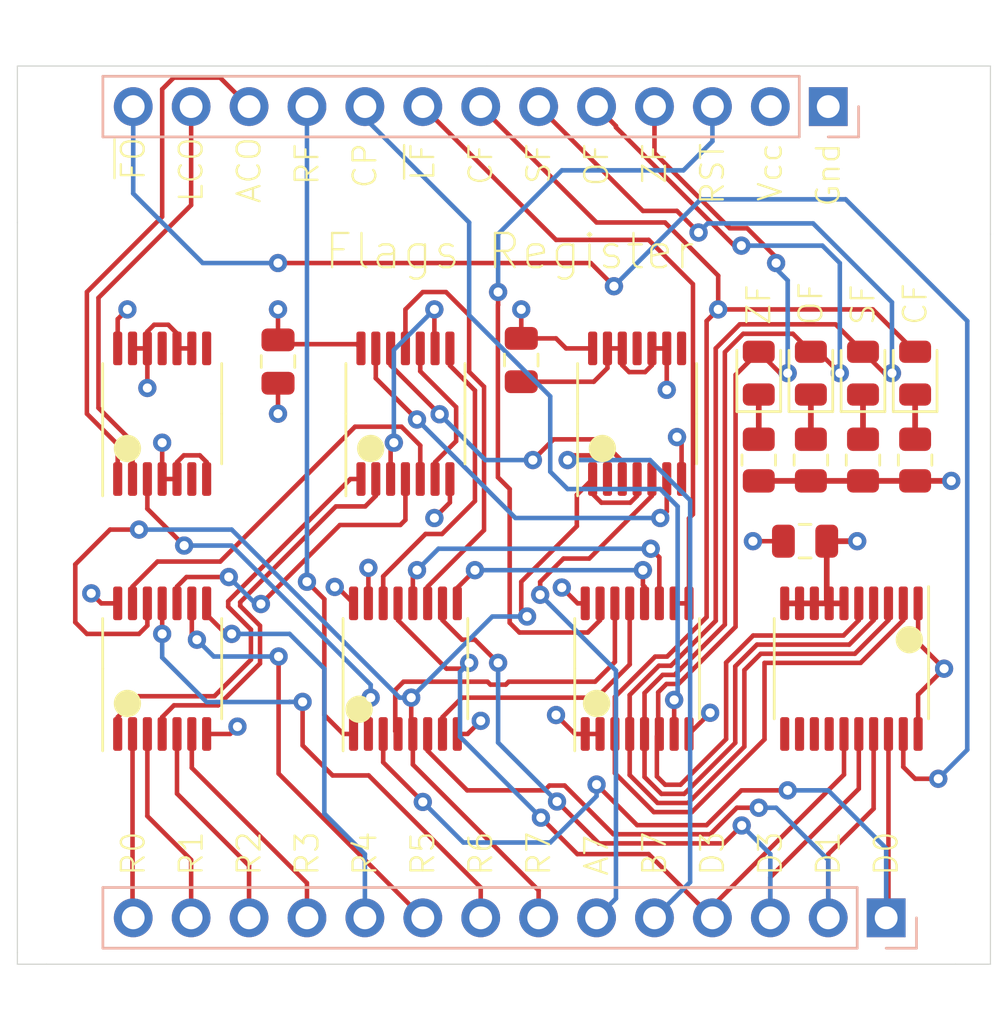
<source format=kicad_pcb>
(kicad_pcb (version 20211014) (generator pcbnew)
  (layers (0 "F.Cu" signal) (1 "In1.Cu" signal) (2 "In2.Cu" signal) (31 "B.Cu" signal) (34 "B.Paste" user) (35 "F.Paste" user) (36 "B.SilkS" user "B.Silkscreen") (37 "F.SilkS" user "F.Silkscreen") (38 "B.Mask" user) (39 "F.Mask" user) (44 "Edge.Cuts" user))
  (net 0 "")
  (net 1 "GND")
  (net 2 "VCC")
  (net 3 "LOGICAL_CARRY_OUT")
  (net 4 "ARITHMETIC_CARRY_OUT")
  (net 5 "RESTORE_FLAGS")
  (net 6 "CLOCK")
  (net 7 "~{LATCH_FLAGS}")
  (net 8 "CF")
  (net 9 "SF")
  (net 10 "OF")
  (net 11 "ZF")
  (net 12 "RESET")
  (net 13 "RES0")
  (net 14 "RES1")
  (net 15 "RES2")
  (net 16 "RES3")
  (net 17 "RES4")
  (net 18 "RES5")
  (net 19 "RES6")
  (net 20 "RES7")
  (net 21 "A7")
  (net 22 "B7")
  (net 23 "BUS3")
  (net 24 "BUS2")
  (net 25 "BUS1")
  (net 26 "BUS0")
  (net 27 "Net-(D1-Pad1)")
  (net 28 "Net-(D2-Pad1)")
  (net 29 "Net-(D3-Pad1)")
  (net 30 "Net-(D4-Pad1)")
  (net 31 "MUX_CARRY")
  (net 32 "MUX_SIGN")
  (net 33 "MUX_OVERFLOW")
  (net 34 "MUX_ZERO")
  (net 35 "~{FLAG_OUT}")
  (net 43 "Net-(U35-Pad3)")
  (net 44 "Net-(U36-Pad13)")
  (net 45 "Net-(U36-Pad10)")
  (net 46 "Net-(U36-Pad4)")
  (net 47 "Net-(U36-Pad1)")
  (net 48 "Net-(U37-Pad13)")
  (net 49 "Net-(U37-Pad12)")
  (net 50 "OVERFLOW")
  (net 51 "Net-(U37-Pad10)")
  (net 52 "Net-(U37-Pad3)")
  (net 53 "ZERO")
  (footprint "Capacitor_SMD:C_0805_2012Metric" (layer "F.Cu") (at 59.436 95.504 -90)
    (fp_text reference "C1" hide)
    (fp_text value "C")
  )
  (footprint "Capacitor_SMD:C_0805_2012Metric" (layer "F.Cu") (at 82.55 103.378)
    (fp_text reference "C2" hide)
    (fp_text value "C")
  )
  (footprint "Capacitor_SMD:C_0805_2012Metric" (layer "F.Cu") (at 70.104 95.438 -90)
    (fp_text reference "C3" hide)
    (fp_text value "C")
  )
  (footprint "LED_SMD:LED_0805_2012Metric" (layer "F.Cu") (at 87.376 96.012 90)
    (fp_text reference "D1" hide)
    (fp_text value "LED")
  )
  (footprint "LED_SMD:LED_0805_2012Metric" (layer "F.Cu") (at 85.09 96.012 90)
    (fp_text reference "D2" hide)
    (fp_text value "LED")
  )
  (footprint "LED_SMD:LED_0805_2012Metric" (layer "F.Cu") (at 82.804 96.012 90)
    (fp_text reference "D3" hide)
    (fp_text value "LED")
  )
  (footprint "LED_SMD:LED_0805_2012Metric" (layer "F.Cu") (at 80.518 96.012 90)
    (fp_text reference "D4" hide)
    (fp_text value "LED")
  )
  (footprint "Resistor_SMD:R_0805_2012Metric" (layer "F.Cu") (at 87.376 99.822 -90)
    (fp_text reference "R1" hide)
    (fp_text value "R_US")
  )
  (footprint "Resistor_SMD:R_0805_2012Metric" (layer "F.Cu") (at 85.09 99.822 -90)
    (fp_text reference "R2" hide)
    (fp_text value "R_US")
  )
  (footprint "Resistor_SMD:R_0805_2012Metric" (layer "F.Cu") (at 82.804 99.822 -90)
    (fp_text reference "R3" hide)
    (fp_text value "R_US")
  )
  (footprint "Resistor_SMD:R_0805_2012Metric" (layer "F.Cu") (at 80.518 99.822 -90)
    (fp_text reference "R4" hide)
    (fp_text value "R_US")
  )
  (footprint "Package_SO:TSSOP-16_4.4x5mm_P0.65mm" (layer "F.Cu") (at 75.184 108.966 90)
    (fp_text reference "U1" hide)
    (fp_text value "74LS173")
  )
  (footprint "Package_SO:TSSOP-20_4.4x6.5mm_P0.65mm" (layer "F.Cu") (at 84.582 108.966 -90)
    (fp_text reference "U2" hide)
    (fp_text value "74LS245")
  )
  (footprint "Package_SO:TSSOP-14_4.4x5mm_P0.65mm" (layer "F.Cu") (at 54.356 97.79 90)
    (fp_text reference "U35" hide)
    (fp_text value "74LS32")
  )
  (footprint "Package_SO:TSSOP-14_4.4x5mm_P0.65mm" (layer "F.Cu") (at 54.356 108.966 90)
    (fp_text reference "U36" hide)
    (fp_text value "74LS02")
  )
  (footprint "Package_SO:TSSOP-14_4.4x5mm_P0.65mm" (layer "F.Cu") (at 65.024 97.79 90)
    (fp_text reference "U37" hide)
    (fp_text value "74LS08")
  )
  (footprint "Package_SO:TSSOP-16_4.4x5mm_P0.65mm" (layer "F.Cu") (at 65.024 108.966 90)
    (fp_text reference "U38" hide)
    (fp_text value "74LS157")
  )
  (footprint "Package_SO:TSSOP-14_4.4x5mm_P0.65mm" (layer "F.Cu") (at 75.184 97.79 90)
    (fp_text reference "U39" hide)
    (fp_text value "74LS86")
  )
  (footprint "Connector_PinHeader_2.54mm:PinHeader_1x14_P2.54mm_Vertical" (layer "B.Cu") (at 86.106 119.888 90)
    (fp_text reference "J2" hide)
    (fp_text value "Conn_01x14")
  )
  (footprint "Connector_PinHeader_2.54mm:PinHeader_1x13_P2.54mm_Vertical" (layer "B.Cu") (at 83.566 84.328 90)
    (fp_text reference "J1" hide)
    (fp_text value "Conn_01x13")
  )
  (gr_circle (center 73.406 110.49) (end 73.406 110.49) (layer "F.SilkS") (width 0.6) (fill none))
  (gr_circle (center 62.992 110.744) (end 62.992 110.744) (layer "F.SilkS") (width 0.6) (fill none))
  (gr_circle (center 52.832 110.49) (end 52.832 110.49) (layer "F.SilkS") (width 0.6) (fill none))
  (gr_circle (center 52.832 99.314) (end 52.832 99.314) (layer "F.SilkS") (width 0.6) (fill none))
  (gr_circle (center 63.5 99.314) (end 63.5 99.314) (layer "F.SilkS") (width 0.6) (fill none))
  (gr_circle (center 73.66 99.314) (end 73.66 99.314) (layer "F.SilkS") (width 0.6) (fill none))
  (gr_circle (center 87.122 107.696) (end 87.122 107.696) (layer "F.SilkS") (width 0.6) (fill none))
  (gr_line (start 48.006 121.92) (end 48.006 121.412) (layer "Edge.Cuts") (width 0.05))
  (gr_line (start 49.276 121.92) (end 48.006 121.92) (layer "Edge.Cuts") (width 0.05))
  (gr_line (start 90.678 82.55) (end 90.678 89.916) (layer "Edge.Cuts") (width 0.05))
  (gr_line (start 68.58 82.55) (end 48.006 82.55) (layer "Edge.Cuts") (width 0.05))
  (gr_line (start 48.006 82.55) (end 48.006 89.408) (layer "Edge.Cuts") (width 0.05))
  (gr_line (start 90.678 121.92) (end 89.154 121.92) (layer "Edge.Cuts") (width 0.05))
  (gr_line (start 90.678 89.916) (end 90.678 121.92) (layer "Edge.Cuts") (width 0.05))
  (gr_line (start 68.58 82.55) (end 90.678 82.55) (layer "Edge.Cuts") (width 0.05))
  (gr_line (start 49.276 121.92) (end 89.154 121.92) (layer "Edge.Cuts") (width 0.05))
  (gr_line (start 48.006 89.408) (end 48.006 121.412) (layer "Edge.Cuts") (width 0.05))
  (gr_text "~{FO}" (at 53.086 85.598 90) (layer "F.SilkS") (effects (font (size 1 1) (thickness 0.1)) (justify right)))
  (gr_text "D0" (at 86.106 118.11 90) (layer "F.SilkS") (effects (font (size 1 1) (thickness 0.1)) (justify left)))
  (gr_text "D1" (at 83.566 118.11 90) (layer "F.SilkS") (effects (font (size 1 1) (thickness 0.1)) (justify left)))
  (gr_text "D3" (at 81.026 118.11 90) (layer "F.SilkS") (effects (font (size 1 1) (thickness 0.1)) (justify left)))
  (gr_text "D3" (at 78.486 118.11 90) (layer "F.SilkS") (effects (font (size 1 1) (thickness 0.1)) (justify left)))
  (gr_text "B7" (at 75.946 118.11 90) (layer "F.SilkS") (effects (font (size 1 1) (thickness 0.1)) (justify left)))
  (gr_text "A7" (at 73.406 118.11 90) (layer "F.SilkS") (effects (font (size 1 1) (thickness 0.1)) (justify left)))
  (gr_text "R7" (at 70.866 118.11 90) (layer "F.SilkS") (effects (font (size 1 1) (thickness 0.1)) (justify left)))
  (gr_text "R6" (at 68.326 118.11 90) (layer "F.SilkS") (effects (font (size 1 1) (thickness 0.1)) (justify left)))
  (gr_text "R5" (at 65.786 118.11 90) (layer "F.SilkS") (effects (font (size 1 1) (thickness 0.1)) (justify left)))
  (gr_text "R4" (at 63.246 118.11 90) (layer "F.SilkS") (effects (font (size 1 1) (thickness 0.1)) (justify left)))
  (gr_text "R3" (at 60.706 118.11 90) (layer "F.SilkS") (effects (font (size 1 1) (thickness 0.1)) (justify left)))
  (gr_text "R2" (at 58.166 118.11 90) (layer "F.SilkS") (effects (font (size 1 1) (thickness 0.1)) (justify left)))
  (gr_text "R1" (at 55.626 118.11 90) (layer "F.SilkS") (effects (font (size 1 1) (thickness 0.1)) (justify left)))
  (gr_text "R0" (at 53.086 118.11 90) (layer "F.SilkS") (effects (font (size 1 1) (thickness 0.1)) (justify left)))
  (gr_text "Flags Register" (at 69.596 90.678) (layer "F.SilkS") (effects (font (size 1.5 1.5) (thickness 0.1))))
  (gr_text "CF" (at 87.376 93.98 90) (layer "F.SilkS") (effects (font (size 1 1) (thickness 0.1)) (justify left)))
  (gr_text "SF" (at 85.09 93.98 90) (layer "F.SilkS") (effects (font (size 1 1) (thickness 0.1)) (justify left)))
  (gr_text "OF" (at 82.804 93.98 90) (layer "F.SilkS") (effects (font (size 1 1) (thickness 0.1)) (justify left)))
  (gr_text "ZF" (at 80.518 93.98 90) (layer "F.SilkS") (effects (font (size 1 1) (thickness 0.1)) (justify left)))
  (gr_text "Gnd" (at 83.566 85.852 90) (layer "F.SilkS") (effects (font (size 1 1) (thickness 0.1)) (justify right)))
  (gr_text "CF" (at 68.326 85.852 90) (layer "F.SilkS") (effects (font (size 1 1) (thickness 0.1)) (justify right)))
  (gr_text "ZF" (at 75.946 85.852 90) (layer "F.SilkS") (effects (font (size 1 1) (thickness 0.1)) (justify right)))
  (gr_text "RST" (at 78.486 85.852 90) (layer "F.SilkS") (effects (font (size 1 1) (thickness 0.1)) (justify right)))
  (gr_text "SF" (at 70.866 85.852 90) (layer "F.SilkS") (effects (font (size 1 1) (thickness 0.1)) (justify right)))
  (gr_text "~{LF}" (at 65.786 85.852 90) (layer "F.SilkS") (effects (font (size 1 1) (thickness 0.1)) (justify right)))
  (gr_text "OF" (at 73.406 85.852 90) (layer "F.SilkS") (effects (font (size 1 1) (thickness 0.1)) (justify right)))
  (gr_text "CP" (at 63.246 85.852 90) (layer "F.SilkS") (effects (font (size 1 1) (thickness 0.1)) (justify right)))
  (gr_text "LCO" (at 55.626 85.598 90) (layer "F.SilkS") (effects (font (size 1 1) (thickness 0.1)) (justify right)))
  (gr_text "Vcc" (at 81.026 85.852 90) (layer "F.SilkS") (effects (font (size 1 1) (thickness 0.1)) (justify right)))
  (gr_text "RF" (at 60.706 85.852 90) (layer "F.SilkS") (effects (font (size 1 1) (thickness 0.1)) (justify right)))
  (gr_text "ACO" (at 58.166 85.598 90) (layer "F.SilkS") (effects (font (size 1 1) (thickness 0.1)) (justify right)))
  (segment (start 67.7495 111.8285) (end 68.326 111.252) (width 0.2) (layer "F.Cu") (net 1))
  (segment (start 54.356 100.6525) (end 55.006 100.6525) (width 0.2) (layer "F.Cu") (net 1))
  (segment (start 73.884 94.9275) (end 73.884 95.788) (width 0.2) (layer "F.Cu") (net 1))
  (segment (start 74.534 94.9275) (end 74.534 95.665) (width 0.2) (layer "F.Cu") (net 1))
  (segment (start 53.056 94.9275) (end 53.706 94.9275) (width 0.2) (layer "F.Cu") (net 1))
  (segment (start 66.974 100.6525) (end 66.974 101.682) (width 0.2) (layer "F.Cu") (net 1))
  (segment (start 83.5 105.9965) (end 83.607 106.1035) (width 0.25) (layer "F.Cu") (net 1))
  (segment (start 87.376 100.7345) (end 88.96199 100.7345) (width 0.25) (layer "F.Cu") (net 1))
  (segment (start 56.00599 99.61499) (end 56.306 99.915) (width 0.2) (layer "F.Cu") (net 1))
  (segment (start 76.484 94.9275) (end 75.834 94.9275) (width 0.2) (layer "F.Cu") (net 1))
  (segment (start 77.134 100.6525) (end 77.134 99.013488) (width 0.2) (layer "F.Cu") (net 1))
  (segment (start 56.306 111.8285) (end 57.3355 111.8285) (width 0.2) (layer "F.Cu") (net 1))
  (segment (start 72.4585 111.8285) (end 71.628 110.998) (width 0.2) (layer "F.Cu") (net 1))
  (segment (start 67.299 111.8285) (end 67.7495 111.8285) (width 0.2) (layer "F.Cu") (net 1))
  (segment (start 75.834 95.665) (end 75.834 94.9275) (width 0.2) (layer "F.Cu") (net 1))
  (segment (start 84.257 106.1035) (end 81.657 106.1035) (width 0.25) (layer "F.Cu") (net 1))
  (segment (start 77.134 99.013488) (end 76.934 98.813488) (width 0.2) (layer "F.Cu") (net 1))
  (segment (start 59.436 96.454) (end 59.436 97.79) (width 0.2) (layer "F.Cu") (net 1))
  (segment (start 66.974 101.682) (end 66.294 102.362) (width 0.2) (layer "F.Cu") (net 1))
  (segment (start 55.30601 99.61499) (end 56.00599 99.61499) (width 0.2) (layer "F.Cu") (net 1))
  (segment (start 54.621692 93.88999) (end 55.006 94.274298) (width 0.2) (layer "F.Cu") (net 1))
  (segment (start 55.006 100.6525) (end 55.006 99.915) (width 0.2) (layer "F.Cu") (net 1))
  (segment (start 80.518 100.7345) (end 87.376 100.7345) (width 0.25) (layer "F.Cu") (net 1))
  (segment (start 74.534 95.665) (end 74.83401 95.96501) (width 0.2) (layer "F.Cu") (net 1))
  (segment (start 73.559 111.8285) (end 72.909 111.8285) (width 0.2) (layer "F.Cu") (net 1))
  (segment (start 74.83401 95.96501) (end 75.53399 95.96501) (width 0.2) (layer "F.Cu") (net 1))
  (segment (start 83.5 103.378) (end 83.5 105.9965) (width 0.25) (layer "F.Cu") (net 1))
  (segment (start 72.909 111.8285) (end 72.4585 111.8285) (width 0.2) (layer "F.Cu") (net 1))
  (segment (start 76.484 94.9275) (end 76.484 96.744) (width 0.2) (layer "F.Cu") (net 1))
  (segment (start 75.53399 95.96501) (end 75.834 95.665) (width 0.2) (layer "F.Cu") (net 1))
  (segment (start 55.656 94.9275) (end 55.006 94.9275) (width 0.2) (layer "F.Cu") (net 1))
  (segment (start 55.006 99.915) (end 55.30601 99.61499) (width 0.2) (layer "F.Cu") (net 1))
  (segment (start 83.5 103.378) (end 84.582 103.378) (width 0.25) (layer "F.Cu") (net 1))
  (segment (start 53.706 94.19) (end 54.00601 93.88999) (width 0.2) (layer "F.Cu") (net 1))
  (segment (start 63.399 106.1035) (end 63.399 104.547) (width 0.2) (layer "F.Cu") (net 1))
  (segment (start 53.706 94.9275) (end 53.706 96.662) (width 0.2) (layer "F.Cu") (net 1))
  (segment (start 57.3355 111.8285) (end 57.658 111.506) (width 0.2) (layer "F.Cu") (net 1))
  (segment (start 53.706 94.9275) (end 53.706 94.19) (width 0.2) (layer "F.Cu") (net 1))
  (segment (start 73.884 94.9275) (end 74.534 94.9275) (width 0.2) (layer "F.Cu") (net 1))
  (segment (start 54.356 100.6525) (end 54.356 99.06) (width 0.2) (layer "F.Cu") (net 1))
  (segment (start 55.006 94.274298) (end 55.006 94.9275) (width 0.2) (layer "F.Cu") (net 1))
  (segment (start 54.00601 93.88999) (end 54.621692 93.88999) (width 0.2) (layer "F.Cu") (net 1))
  (segment (start 84.582 103.378) (end 84.836 103.378) (width 0.25) (layer "F.Cu") (net 1))
  (segment (start 77.459 111.8285) (end 78.38775 110.89975) (width 0.2) (layer "F.Cu") (net 1))
  (segment (start 73.284 96.388) (end 70.104 96.388) (width 0.2) (layer "F.Cu") (net 1))
  (segment (start 56.306 99.915) (end 56.306 100.6525) (width 0.2) (layer "F.Cu") (net 1))
  (segment (start 73.884 95.788) (end 73.284 96.388) (width 0.2) (layer "F.Cu") (net 1))
  (via (at 53.706 96.662) (size 0.8) (drill 0.4) (layers "F.Cu" "B.Cu") (net 1))
  (via (at 59.436 97.79) (size 0.8) (drill 0.4) (layers "F.Cu" "B.Cu") (net 1))
  (via (at 54.356 99.06) (size 0.8) (drill 0.4) (layers "F.Cu" "B.Cu") (net 1))
  (via (at 88.96199 100.7345) (size 0.8) (drill 0.4) (layers "F.Cu" "B.Cu") (net 1))
  (via (at 68.326 111.252) (size 0.8) (drill 0.4) (layers "F.Cu" "B.Cu") (net 1))
  (via (at 84.836 103.378) (size 0.8) (drill 0.4) (layers "F.Cu" "B.Cu") (net 1))
  (via (at 76.934 98.813488) (size 0.8) (drill 0.4) (layers "F.Cu" "B.Cu") (net 1))
  (via (at 71.628 110.998) (size 0.8) (drill 0.4) (layers "F.Cu" "B.Cu") (net 1))
  (via (at 66.294 102.362) (size 0.8) (drill 0.4) (layers "F.Cu" "B.Cu") (net 1))
  (via (at 57.658 111.506) (size 0.8) (drill 0.4) (layers "F.Cu" "B.Cu") (net 1))
  (via (at 76.484 96.744) (size 0.8) (drill 0.4) (layers "F.Cu" "B.Cu") (net 1))
  (via (at 63.399 104.547) (size 0.8) (drill 0.4) (layers "F.Cu" "B.Cu") (net 1))
  (via (at 78.38775 110.89975) (size 0.8) (drill 0.4) (layers "F.Cu" "B.Cu") (net 1))
  (segment (start 59.624 94.742) (end 59.436 94.554) (width 0.2) (layer "F.Cu") (net 2))
  (segment (start 52.406 106.1035) (end 51.68551 106.1035) (width 0.2) (layer "F.Cu") (net 2))
  (segment (start 62.8885 94.742) (end 59.624 94.742) (width 0.2) (layer "F.Cu") (net 2))
  (segment (start 70.104 94.488) (end 70.104 93.218) (width 0.2) (layer "F.Cu") (net 2))
  (segment (start 73.234 94.9275) (end 72.0675 94.9275) (width 0.2) (layer "F.Cu") (net 2))
  (segment (start 72.909 106.1035) (end 72.5755 106.1035) (width 0.2) (layer "F.Cu") (net 2))
  (segment (start 52.406 94.9275) (end 52.406 93.644) (width 0.2) (layer "F.Cu") (net 2))
  (segment (start 87.507 110.105) (end 88.646 108.966) (width 0.2) (layer "F.Cu") (net 2))
  (segment (start 87.507 106.1035) (end 87.507 107.827) (width 0.2) (layer "F.Cu") (net 2))
  (segment (start 81.6 103.378) (end 80.264 103.378) (width 0.2) (layer "F.Cu") (net 2))
  (segment (start 62.749 106.1035) (end 62.028927 105.383427) (width 0.2) (layer "F.Cu") (net 2))
  (segment (start 72.5755 106.1035) (end 71.882 105.41) (width 0.2) (layer "F.Cu") (net 2))
  (segment (start 72.0675 94.9275) (end 71.628 94.488) (width 0.2) (layer "F.Cu") (net 2))
  (segment (start 63.074 94.9275) (end 62.8885 94.742) (width 0.2) (layer "F.Cu") (net 2))
  (segment (start 52.406 93.644) (end 52.832 93.218) (width 0.2) (layer "F.Cu") (net 2))
  (segment (start 62.028927 105.383427) (end 61.923392 105.383427) (width 0.2) (layer "F.Cu") (net 2))
  (segment (start 51.68551 106.1035) (end 51.24601 105.664) (width 0.2) (layer "F.Cu") (net 2))
  (segment (start 59.436 94.554) (end 59.436 93.218) (width 0.2) (layer "F.Cu") (net 2))
  (segment (start 87.507 107.827) (end 88.646 108.966) (width 0.2) (layer "F.Cu") (net 2))
  (segment (start 87.507 111.8285) (end 87.507 110.105) (width 0.2) (layer "F.Cu") (net 2))
  (segment (start 71.628 94.488) (end 70.104 94.488) (width 0.2) (layer "F.Cu") (net 2))
  (via (at 51.24601 105.664) (size 0.8) (drill 0.4) (layers "F.Cu" "B.Cu") (net 2))
  (via (at 80.264 103.378) (size 0.8) (drill 0.4) (layers "F.Cu" "B.Cu") (net 2))
  (via (at 52.832 93.218) (size 0.8) (drill 0.4) (layers "F.Cu" "B.Cu") (net 2))
  (via (at 71.882 105.41) (size 0.8) (drill 0.4) (layers "F.Cu" "B.Cu") (net 2))
  (via (at 70.104 93.218) (size 0.8) (drill 0.4) (layers "F.Cu" "B.Cu") (net 2))
  (via (at 61.923392 105.383427) (size 0.8) (drill 0.4) (layers "F.Cu" "B.Cu") (net 2))
  (via (at 88.646 108.966) (size 0.8) (drill 0.4) (layers "F.Cu" "B.Cu") (net 2))
  (via (at 59.436 93.218) (size 0.8) (drill 0.4) (layers "F.Cu" "B.Cu") (net 2))
  (segment (start 55.626 84.328) (end 55.626 88.646) (width 0.2) (layer "F.Cu") (net 3))
  (segment (start 55.626 88.646) (end 51.562 92.71) (width 0.2) (layer "F.Cu") (net 3))
  (segment (start 53.056 99.03) (end 53.056 100.6525) (width 0.2) (layer "F.Cu") (net 3))
  (segment (start 51.562 97.536) (end 53.056 99.03) (width 0.2) (layer "F.Cu") (net 3))
  (segment (start 51.562 92.71) (end 51.562 97.536) (width 0.2) (layer "F.Cu") (net 3))
  (segment (start 52.406 99.142) (end 52.406 100.6525) (width 0.2) (layer "F.Cu") (net 4))
  (segment (start 54.356 83.566) (end 54.356 89.154) (width 0.2) (layer "F.Cu") (net 4))
  (segment (start 51.054 97.79) (end 52.406 99.142) (width 0.2) (layer "F.Cu") (net 4))
  (segment (start 51.054 92.456) (end 51.054 97.79) (width 0.2) (layer "F.Cu") (net 4))
  (segment (start 56.896 83.058) (end 54.864 83.058) (width 0.2) (layer "F.Cu") (net 4))
  (segment (start 54.864 83.058) (end 54.356 83.566) (width 0.2) (layer "F.Cu") (net 4))
  (segment (start 54.356 89.154) (end 51.054 92.456) (width 0.2) (layer "F.Cu") (net 4))
  (segment (start 58.166 84.328) (end 56.896 83.058) (width 0.2) (layer "F.Cu") (net 4))
  (segment (start 61.468 105.918) (end 60.706 105.156) (width 0.2) (layer "F.Cu") (net 5))
  (segment (start 62.2985 111.8285) (end 61.468 110.998) (width 0.2) (layer "F.Cu") (net 5))
  (segment (start 61.468 110.998) (end 61.468 105.918) (width 0.2) (layer "F.Cu") (net 5))
  (segment (start 62.749 111.8285) (end 62.2985 111.8285) (width 0.2) (layer "F.Cu") (net 5))
  (via (at 60.706 105.156) (size 0.8) (drill 0.4) (layers "F.Cu" "B.Cu") (net 5))
  (segment (start 60.706 105.156) (end 60.706 84.328) (width 0.2) (layer "B.Cu") (net 5))
  (segment (start 76.809 111.8285) (end 76.809 110.337) (width 0.2) (layer "F.Cu") (net 6))
  (via (at 76.809 110.337) (size 0.8) (drill 0.4) (layers "F.Cu" "B.Cu") (net 6))
  (segment (start 76.2 101.092) (end 72.136 101.092) (width 0.2) (layer "B.Cu") (net 6))
  (segment (start 76.809 110.337) (end 76.809 110.135) (width 0.2) (layer "B.Cu") (net 6))
  (segment (start 76.962 101.854) (end 76.2 101.092) (width 0.2) (layer "B.Cu") (net 6))
  (segment (start 67.818 89.408) (end 63.246 84.836) (width 0.2) (layer "B.Cu") (net 6))
  (segment (start 63.246 84.836) (end 63.246 84.328) (width 0.2) (layer "B.Cu") (net 6))
  (segment (start 72.136 101.092) (end 71.374 100.33) (width 0.2) (layer "B.Cu") (net 6))
  (segment (start 71.374 100.33) (end 71.374 97.028) (width 0.2) (layer "B.Cu") (net 6))
  (segment (start 67.818 93.472) (end 67.818 89.408) (width 0.2) (layer "B.Cu") (net 6))
  (segment (start 76.809 110.135) (end 76.962 109.982) (width 0.2) (layer "B.Cu") (net 6))
  (segment (start 71.374 97.028) (end 67.818 93.472) (width 0.2) (layer "B.Cu") (net 6))
  (segment (start 76.962 109.982) (end 76.962 101.854) (width 0.2) (layer "B.Cu") (net 6))
  (segment (start 71.628 90.17) (end 65.786 84.328) (width 0.2) (layer "F.Cu") (net 7))
  (segment (start 75.692 90.17) (end 71.628 90.17) (width 0.2) (layer "F.Cu") (net 7))
  (segment (start 77.63401 92.11201) (end 75.692 90.17) (width 0.2) (layer "F.Cu") (net 7))
  (segment (start 77.459 106.1035) (end 76.809 106.1035) (width 0.2) (layer "F.Cu") (net 7))
  (segment (start 77.459 102.373) (end 77.63401 102.19799) (width 0.2) (layer "F.Cu") (net 7))
  (segment (start 77.459 106.1035) (end 77.459 102.373) (width 0.2) (layer "F.Cu") (net 7))
  (segment (start 77.63401 102.19799) (end 77.63401 92.11201) (width 0.2) (layer "F.Cu") (net 7))
  (segment (start 74.209 111.8285) (end 74.209 113.544353) (width 0.2) (layer "F.Cu") (net 8))
  (segment (start 75.975932 108.436966) (end 76.498234 108.436966) (width 0.2) (layer "F.Cu") (net 8))
  (segment (start 75.917511 115.252864) (end 77.583649 115.252864) (width 0.2) (layer "F.Cu") (net 8))
  (segment (start 76.408059 89.408) (end 78.74 91.739941) (width 0.2) (layer "F.Cu") (net 8))
  (segment (start 87.376 95.0745) (end 85.5195 93.218) (width 0.2) (layer "F.Cu") (net 8))
  (segment (start 78.232 93.726) (end 78.74 93.218) (width 0.2) (layer "F.Cu") (net 8))
  (segment (start 77.583649 115.252864) (end 80.772 112.064513) (width 0.2) (layer "F.Cu") (net 8))
  (segment (start 84.986 108.712) (end 86.857 106.841) (width 0.2) (layer "F.Cu") (net 8))
  (segment (start 74.209 111.8285) (end 74.209 110.203898) (width 0.2) (layer "F.Cu") (net 8))
  (segment (start 85.5195 93.218) (end 78.74 93.218) (width 0.2) (layer "F.Cu") (net 8))
  (segment (start 74.209 113.544353) (end 75.917511 115.252864) (width 0.2) (layer "F.Cu") (net 8))
  (segment (start 73.406 89.408) (end 76.408059 89.408) (width 0.2) (layer "F.Cu") (net 8))
  (segment (start 78.74 91.739941) (end 78.74 93.218) (width 0.2) (layer "F.Cu") (net 8))
  (segment (start 68.326 84.328) (end 73.406 89.408) (width 0.2) (layer "F.Cu") (net 8))
  (segment (start 80.772 108.712) (end 84.986 108.712) (width 0.2) (layer "F.Cu") (net 8))
  (segment (start 76.498234 108.436966) (end 78.232 106.7032) (width 0.2) (layer "F.Cu") (net 8))
  (segment (start 78.232 106.7032) (end 78.232 93.726) (width 0.2) (layer "F.Cu") (net 8))
  (segment (start 74.209 110.203898) (end 75.975932 108.436966) (width 0.2) (layer "F.Cu") (net 8))
  (segment (start 86.857 106.841) (end 86.857 106.1035) (width 0.2) (layer "F.Cu") (net 8))
  (segment (start 80.772 112.064513) (end 80.772 108.712) (width 0.2) (layer "F.Cu") (net 8))
  (via (at 78.74 93.218) (size 0.8) (drill 0.4) (layers "F.Cu" "B.Cu") (net 8))
  (segment (start 76.141621 108.836977) (end 74.859 110.119598) (width 0.2) (layer "F.Cu") (net 9))
  (segment (start 79.887774 112.383039) (end 77.41796 114.852853) (width 0.2) (layer "F.Cu") (net 9))
  (segment (start 75.438 88.9) (end 76.930335 88.9) (width 0.2) (layer "F.Cu") (net 9))
  (segment (start 70.866 84.328) (end 75.438 88.9) (width 0.2) (layer "F.Cu") (net 9))
  (segment (start 80.606311 108.311989) (end 79.887774 109.030526) (width 0.2) (layer "F.Cu") (net 9))
  (segment (start 76.0832 114.852853) (end 74.859 113.628653) (width 0.2) (layer "F.Cu") (net 9))
  (segment (start 74.859 110.119598) (end 74.859 111.8285) (width 0.2) (layer "F.Cu") (net 9))
  (segment (start 76.663923 108.836977) (end 76.141621 108.836977) (width 0.2) (layer "F.Cu") (net 9))
  (segment (start 85.09 95.0745) (end 83.887511 93.872011) (width 0.2) (layer "F.Cu") (net 9))
  (segment (start 84.736011 108.311989) (end 80.606311 108.311989) (width 0.2) (layer "F.Cu") (net 9))
  (segment (start 86.36 96.012) (end 86.0275 96.012) (width 0.2) (layer "F.Cu") (net 9))
  (segment (start 83.887511 93.872011) (end 79.685795 93.872011) (width 0.2) (layer "F.Cu") (net 9))
  (segment (start 86.207 106.1035) (end 86.207 106.841) (width 0.2) (layer "F.Cu") (net 9))
  (segment (start 79.887774 109.030526) (end 79.887774 112.383039) (width 0.2) (layer "F.Cu") (net 9))
  (segment (start 78.632011 106.868889) (end 76.663923 108.836977) (width 0.2) (layer "F.Cu") (net 9))
  (segment (start 86.0275 96.012) (end 85.09 95.0745) (width 0.2) (layer "F.Cu") (net 9))
  (segment (start 77.41796 114.852853) (end 76.0832 114.852853) (width 0.2) (layer "F.Cu") (net 9))
  (segment (start 86.207 106.841) (end 84.736011 108.311989) (width 0.2) (layer "F.Cu") (net 9))
  (segment (start 76.930335 88.9) (end 77.87849 89.848155) (width 0.2) (layer "F.Cu") (net 9))
  (segment (start 78.632011 94.925795) (end 78.632011 106.868889) (width 0.2) (layer "F.Cu") (net 9))
  (segment (start 74.859 113.628653) (end 74.859 111.8285) (width 0.2) (layer "F.Cu") (net 9))
  (segment (start 79.685795 93.872011) (end 78.632011 94.925795) (width 0.2) (layer "F.Cu") (net 9))
  (via (at 86.36 96.012) (size 0.8) (drill 0.4) (layers "F.Cu" "B.Cu") (net 9))
  (via (at 77.87849 89.848155) (size 0.8) (drill 0.4) (layers "F.Cu" "B.Cu") (net 9))
  (segment (start 86.36 92.9063) (end 82.901856 89.448156) (width 0.2) (layer "B.Cu") (net 9))
  (segment (start 78.278489 89.448156) (end 77.87849 89.848155) (width 0.2) (layer "B.Cu") (net 9))
  (segment (start 86.36 96.012) (end 86.36 92.9063) (width 0.2) (layer "B.Cu") (net 9))
  (segment (start 82.901856 89.448156) (end 78.278489 89.448156) (width 0.2) (layer "B.Cu") (net 9))
  (segment (start 79.032022 95.091484) (end 79.836516 94.28699) (width 0.2) (layer "F.Cu") (net 10))
  (segment (start 76.248889 114.452842) (end 77.252271 114.452842) (width 0.2) (layer "F.Cu") (net 10))
  (segment (start 79.487763 108.864837) (end 80.440622 107.911978) (width 0.2) (layer "F.Cu") (net 10))
  (segment (start 79.836516 94.28699) (end 82.01649 94.28699) (width 0.2) (layer "F.Cu") (net 10))
  (segment (start 84.486022 107.911978) (end 85.557 106.841) (width 0.2) (layer "F.Cu") (net 10))
  (segment (start 79.4443 90.424) (end 79.756 90.424) (width 0.2) (layer "F.Cu") (net 10))
  (segment (start 75.509 110.035298) (end 76.30731 109.236988) (width 0.2) (layer "F.Cu") (net 10))
  (segment (start 75.509 111.8285) (end 75.509 110.035298) (width 0.2) (layer "F.Cu") (net 10))
  (segment (start 82.01649 94.28699) (end 82.804 95.0745) (width 0.2) (layer "F.Cu") (net 10))
  (segment (start 73.406 84.328) (end 74.255999 85.177999) (width 0.2) (layer "F.Cu") (net 10))
  (segment (start 79.487763 112.21735) (end 79.487763 108.864837) (width 0.2) (layer "F.Cu") (net 10))
  (segment (start 75.509 111.8285) (end 75.509 113.712953) (width 0.2) (layer "F.Cu") (net 10))
  (segment (start 85.557 106.841) (end 85.557 106.1035) (width 0.2) (layer "F.Cu") (net 10))
  (segment (start 82.804 95.0745) (end 83.1365 95.0745) (width 0.2) (layer "F.Cu") (net 10))
  (segment (start 77.252271 114.452842) (end 79.487763 112.21735) (width 0.2) (layer "F.Cu") (net 10))
  (segment (start 83.1365 95.0745) (end 84.074 96.012) (width 0.2) (layer "F.Cu") (net 10))
  (segment (start 74.255999 85.235699) (end 79.4443 90.424) (width 0.2) (layer "F.Cu") (net 10))
  (segment (start 76.829612 109.236988) (end 79.032022 107.034578) (width 0.2) (layer "F.Cu") (net 10))
  (segment (start 80.440622 107.911978) (end 84.486022 107.911978) (width 0.2) (layer "F.Cu") (net 10))
  (segment (start 75.509 113.712953) (end 76.248889 114.452842) (width 0.2) (layer "F.Cu") (net 10))
  (segment (start 76.30731 109.236988) (end 76.829612 109.236988) (width 0.2) (layer "F.Cu") (net 10))
  (segment (start 74.255999 85.177999) (end 74.255999 85.235699) (width 0.2) (layer "F.Cu") (net 10))
  (segment (start 79.032022 107.034578) (end 79.032022 95.091484) (width 0.2) (layer "F.Cu") (net 10))
  (via (at 84.074 96.012) (size 0.8) (drill 0.4) (layers "F.Cu" "B.Cu") (net 10))
  (via (at 79.756 90.424) (size 0.8) (drill 0.4) (layers "F.Cu" "B.Cu") (net 10))
  (segment (start 79.756 90.424) (end 83.312 90.424) (width 0.2) (layer "B.Cu") (net 10))
  (segment (start 84.074 91.186) (end 84.074 96.012) (width 0.2) (layer "B.Cu") (net 10))
  (segment (start 83.312 90.424) (end 84.074 91.186) (width 0.2) (layer "B.Cu") (net 10))
  (segment (start 80.274933 107.511967) (end 84.236033 107.511967) (width 0.2) (layer "F.Cu") (net 11))
  (segment (start 79.248 89.662) (end 80.01 89.662) (width 0.2) (layer "F.Cu") (net 11))
  (segment (start 81.788 96.012) (end 81.4555 96.012) (width 0.2) (layer "F.Cu") (net 11))
  (segment (start 84.236033 107.511967) (end 84.907 106.841) (width 0.2) (layer "F.Cu") (net 11))
  (segment (start 79.502 96.0905) (end 79.502 107.1303) (width 0.2) (layer "F.Cu") (net 11))
  (segment (start 75.946 86.36) (end 79.248 89.662) (width 0.2) (layer "F.Cu") (net 11))
  (segment (start 77.086582 114.052831) (end 79.087752 112.051661) (width 0.2) (layer "F.Cu") (net 11))
  (segment (start 80.518 95.0745) (end 79.502 96.0905) (width 0.2) (layer "F.Cu") (net 11))
  (segment (start 76.050578 113.688831) (end 76.414578 114.052831) (width 0.2) (layer "F.Cu") (net 11))
  (segment (start 79.087752 112.051661) (end 79.087752 108.699148) (width 0.2) (layer "F.Cu") (net 11))
  (segment (start 79.502 107.1303) (end 76.995301 109.636999) (width 0.2) (layer "F.Cu") (net 11))
  (segment (start 75.946 84.328) (end 75.946 86.36) (width 0.2) (layer "F.Cu") (net 11))
  (segment (start 76.050578 111.936922) (end 76.050578 113.688831) (width 0.2) (layer "F.Cu") (net 11))
  (segment (start 76.108999 111.778499) (end 76.159 111.8285) (width 0.2) (layer "F.Cu") (net 11))
  (segment (start 81.4555 96.012) (end 80.518 95.0745) (width 0.2) (layer "F.Cu") (net 11))
  (segment (start 76.995301 109.636999) (end 76.472999 109.636999) (width 0.2) (layer "F.Cu") (net 11))
  (segment (start 81.28 90.932) (end 81.28 91.186) (width 0.2) (layer "F.Cu") (net 11))
  (segment (start 76.159 111.8285) (end 76.050578 111.936922) (width 0.2) (layer "F.Cu") (net 11))
  (segment (start 79.087752 108.699148) (end 80.274933 107.511967) (width 0.2) (layer "F.Cu") (net 11))
  (segment (start 84.907 106.841) (end 84.907 106.1035) (width 0.2) (layer "F.Cu") (net 11))
  (segment (start 76.472999 109.636999) (end 76.108999 110.000999) (width 0.2) (layer "F.Cu") (net 11))
  (segment (start 76.108999 110.000999) (end 76.108999 111.778499) (width 0.2) (layer "F.Cu") (net 11))
  (segment (start 76.414578 114.052831) (end 77.086582 114.052831) (width 0.2) (layer "F.Cu") (net 11))
  (segment (start 80.01 89.662) (end 81.28 90.932) (width 0.2) (layer "F.Cu") (net 11))
  (via (at 81.28 91.186) (size 0.8) (drill 0.4) (layers "F.Cu" "B.Cu") (net 11))
  (via (at 81.788 96.012) (size 0.8) (drill 0.4) (layers "F.Cu" "B.Cu") (net 11))
  (segment (start 81.28 91.44) (end 81.788 91.948) (width 0.2) (layer "B.Cu") (net 11))
  (segment (start 81.28 91.186) (end 81.28 91.44) (width 0.2) (layer "B.Cu") (net 11))
  (segment (start 81.788 91.948) (end 81.788 96.012) (width 0.2) (layer "B.Cu") (net 11))
  (segment (start 69.596 101.092) (end 69.07899 100.57499) (width 0.2) (layer "F.Cu") (net 12))
  (segment (start 69.088 93.021685) (end 69.088 92.456) (width 0.2) (layer "F.Cu") (net 12))
  (segment (start 73.559 106.1035) (end 73.559 106.841) (width 0.2) (layer "F.Cu") (net 12))
  (segment (start 69.07899 93.030695) (end 69.088 93.021685) (width 0.2) (layer "F.Cu") (net 12))
  (segment (start 70.021998 107.380002) (end 69.596 106.954004) (width 0.2) (layer "F.Cu") (net 12))
  (segment (start 73.559 106.841) (end 73.019998 107.380002) (width 0.2) (layer "F.Cu") (net 12))
  (segment (start 69.596 106.954004) (end 69.596 101.092) (width 0.2) (layer "F.Cu") (net 12))
  (segment (start 69.07899 100.57499) (end 69.07899 93.030695) (width 0.2) (layer "F.Cu") (net 12))
  (segment (start 73.019998 107.380002) (end 70.021998 107.380002) (width 0.2) (layer "F.Cu") (net 12))
  (via (at 69.088 92.456) (size 0.8) (drill 0.4) (layers "F.Cu" "B.Cu") (net 12))
  (segment (start 69.088 92.456) (end 69.088 89.916) (width 0.2) (layer "B.Cu") (net 12))
  (segment (start 78.486 85.852) (end 78.486 84.328) (width 0.2) (layer "B.Cu") (net 12))
  (segment (start 69.088 89.916) (end 71.882 87.122) (width 0.2) (layer "B.Cu") (net 12))
  (segment (start 71.882 87.122) (end 77.216 87.122) (width 0.2) (layer "B.Cu") (net 12))
  (segment (start 77.216 87.122) (end 78.486 85.852) (width 0.2) (layer "B.Cu") (net 12))
  (segment (start 53.056 111.8285) (end 53.056 119.858) (width 0.2) (layer "F.Cu") (net 13))
  (segment (start 53.056 119.858) (end 53.086 119.888) (width 0.2) (layer "F.Cu") (net 13))
  (segment (start 53.706 111.8285) (end 53.706 115.428) (width 0.2) (layer "F.Cu") (net 14))
  (segment (start 53.706 115.428) (end 55.626 117.348) (width 0.2) (layer "F.Cu") (net 14))
  (segment (start 55.626 117.348) (end 55.626 119.888) (width 0.2) (layer "F.Cu") (net 14))
  (segment (start 58.166 117.602) (end 58.166 119.888) (width 0.2) (layer "F.Cu") (net 15))
  (segment (start 55.006 111.8285) (end 55.006 114.442) (width 0.2) (layer "F.Cu") (net 15))
  (segment (start 55.006 114.442) (end 58.166 117.602) (width 0.2) (layer "F.Cu") (net 15))
  (segment (start 60.706 118.364) (end 60.706 119.888) (width 0.2) (layer "F.Cu") (net 16))
  (segment (start 55.656 113.314) (end 60.706 118.364) (width 0.2) (layer "F.Cu") (net 16))
  (segment (start 55.656 111.8285) (end 55.656 113.314) (width 0.2) (layer "F.Cu") (net 16))
  (segment (start 56.306 106.598) (end 57.15 107.442) (width 0.2) (layer "F.Cu") (net 17))
  (segment (start 56.306 106.1035) (end 56.306 106.598) (width 0.2) (layer "F.Cu") (net 17))
  (segment (start 57.15 107.442) (end 57.404 107.442) (width 0.2) (layer "F.Cu") (net 17))
  (via (at 57.404 107.442) (size 0.8) (drill 0.4) (layers "F.Cu" "B.Cu") (net 17))
  (segment (start 59.944 107.442) (end 61.468 108.966) (width 0.2) (layer "B.Cu") (net 17))
  (segment (start 57.404 107.442) (end 59.944 107.442) (width 0.2) (layer "B.Cu") (net 17))
  (segment (start 61.468 108.966) (end 61.468 115.316) (width 0.2) (layer "B.Cu") (net 17))
  (segment (start 61.468 115.316) (end 63.246 117.094) (width 0.2) (layer "B.Cu") (net 17))
  (segment (start 63.246 117.094) (end 63.246 119.888) (width 0.2) (layer "B.Cu") (net 17))
  (segment (start 55.656 107.472) (end 55.656 106.1035) (width 0.2) (layer "F.Cu") (net 18))
  (segment (start 59.461834 113.563834) (end 59.461834 108.432166) (width 0.2) (layer "F.Cu") (net 18))
  (segment (start 65.786 119.888) (end 59.461834 113.563834) (width 0.2) (layer "F.Cu") (net 18))
  (segment (start 55.88 107.696) (end 55.656 107.472) (width 0.2) (layer "F.Cu") (net 18))
  (via (at 59.461834 108.432166) (size 0.8) (drill 0.4) (layers "F.Cu" "B.Cu") (net 18))
  (via (at 55.88 107.696) (size 0.8) (drill 0.4) (layers "F.Cu" "B.Cu") (net 18))
  (segment (start 55.88 107.696) (end 56.616166 108.432166) (width 0.2) (layer "B.Cu") (net 18))
  (segment (start 56.616166 108.432166) (end 59.461834 108.432166) (width 0.2) (layer "B.Cu") (net 18))
  (segment (start 54.356 107.442) (end 54.356 106.1035) (width 0.2) (layer "F.Cu") (net 19))
  (segment (start 61.829989 113.645989) (end 60.514231 112.330231) (width 0.2) (layer "F.Cu") (net 19))
  (segment (start 60.514231 112.330231) (end 60.514231 110.422695) (width 0.2) (layer "F.Cu") (net 19))
  (segment (start 68.326 118.5603) (end 63.411689 113.645989) (width 0.2) (layer "F.Cu") (net 19))
  (segment (start 63.411689 113.645989) (end 61.829989 113.645989) (width 0.2) (layer "F.Cu") (net 19))
  (segment (start 68.326 119.888) (end 68.326 118.5603) (width 0.2) (layer "F.Cu") (net 19))
  (via (at 54.356 107.442) (size 0.8) (drill 0.4) (layers "F.Cu" "B.Cu") (net 19))
  (via (at 60.514231 110.422695) (size 0.8) (drill 0.4) (layers "F.Cu" "B.Cu") (net 19))
  (segment (start 54.356 108.478004) (end 56.305998 110.428002) (width 0.2) (layer "B.Cu") (net 19))
  (segment (start 54.356 107.442) (end 54.356 108.478004) (width 0.2) (layer "B.Cu") (net 19))
  (segment (start 59.948546 110.422695) (end 60.514231 110.422695) (width 0.2) (layer "B.Cu") (net 19))
  (segment (start 59.943239 110.428002) (end 59.948546 110.422695) (width 0.2) (layer "B.Cu") (net 19))
  (segment (start 56.305998 110.428002) (end 59.943239 110.428002) (width 0.2) (layer "B.Cu") (net 19))
  (segment (start 65.349 111.8285) (end 65.349 113.168919) (width 0.2) (layer "F.Cu") (net 20))
  (segment (start 52.07 102.87) (end 53.34 102.87) (width 0.2) (layer "F.Cu") (net 20))
  (segment (start 74.88399 101.69001) (end 73.618308 101.69001) (width 0.2) (layer "F.Cu") (net 20))
  (segment (start 65.278 111.7575) (end 65.349 111.8285) (width 0.2) (layer "F.Cu") (net 20))
  (segment (start 53.706 107.076) (end 53.34 107.442) (width 0.2) (layer "F.Cu") (net 20))
  (segment (start 51.054 107.442) (end 50.546 106.934) (width 0.2) (layer "F.Cu") (net 20))
  (segment (start 72.5405 102.7195) (end 70.104 105.156) (width 0.2) (layer "F.Cu") (net 20))
  (segment (start 73.618308 101.69001) (end 73.234 101.305702) (width 0.2) (layer "F.Cu") (net 20))
  (segment (start 75.184 101.39) (end 74.88399 101.69001) (width 0.2) (layer "F.Cu") (net 20))
  (segment (start 70.866 118.685919) (end 70.866 119.888) (width 0.2) (layer "F.Cu") (net 20))
  (segment (start 53.34 107.442) (end 51.054 107.442) (width 0.2) (layer "F.Cu") (net 20))
  (segment (start 65.278 110.236) (end 65.278 111.7575) (width 0.2) (layer "F.Cu") (net 20))
  (segment (start 73.234 101.305702) (end 73.234 100.6525) (width 0.2) (layer "F.Cu") (net 20))
  (segment (start 70.104 106.426) (end 70.358 106.68) (width 0.2) (layer "F.Cu") (net 20))
  (segment (start 50.546 104.394) (end 52.07 102.87) (width 0.2) (layer "F.Cu") (net 20))
  (segment (start 65.349 113.168919) (end 70.866 118.685919) (width 0.2) (layer "F.Cu") (net 20))
  (segment (start 73.234 100.6525) (end 72.5405 101.346) (width 0.2) (layer "F.Cu") (net 20))
  (segment (start 53.706 106.1035) (end 53.706 107.076) (width 0.2) (layer "F.Cu") (net 20))
  (segment (start 50.546 106.934) (end 50.546 104.394) (width 0.2) (layer "F.Cu") (net 20))
  (segment (start 72.5405 101.346) (end 72.5405 102.7195) (width 0.2) (layer "F.Cu") (net 20))
  (segment (start 70.104 105.156) (end 70.104 106.426) (width 0.2) (layer "F.Cu") (net 20))
  (segment (start 75.184 100.6525) (end 75.184 101.39) (width 0.2) (layer "F.Cu") (net 20))
  (via (at 53.34 102.87) (size 0.8) (drill 0.4) (layers "F.Cu" "B.Cu") (net 20))
  (via (at 70.358 106.68) (size 0.8) (drill 0.4) (layers "F.Cu" "B.Cu") (net 20))
  (via (at 65.278 110.236) (size 0.8) (drill 0.4) (layers "F.Cu" "B.Cu") (net 20))
  (segment (start 68.834 106.68) (end 65.278 110.236) (width 0.2) (layer "B.Cu") (net 20))
  (segment (start 70.358 106.68) (end 68.834 106.68) (width 0.2) (layer "B.Cu") (net 20))
  (segment (start 57.404 102.87) (end 64.77 110.236) (width 0.2) (layer "B.Cu") (net 20))
  (segment (start 53.34 102.87) (end 57.404 102.87) (width 0.2) (layer "B.Cu") (net 20))
  (segment (start 64.77 110.236) (end 65.278 110.236) (width 0.2) (layer "B.Cu") (net 20))
  (segment (start 75.834 100.6525) (end 75.834 101.39) (width 0.2) (layer "F.Cu") (net 21))
  (segment (start 73.084 104.14) (end 71.953851 104.14) (width 0.2) (layer "F.Cu") (net 21))
  (segment (start 71.953851 104.14) (end 70.933305 105.160546) (width 0.2) (layer "F.Cu") (net 21))
  (segment (start 70.933305 105.160546) (end 70.933305 105.726231) (width 0.2) (layer "F.Cu") (net 21))
  (segment (start 75.834 101.39) (end 73.084 104.14) (width 0.2) (layer "F.Cu") (net 21))
  (via (at 70.933305 105.726231) (size 0.8) (drill 0.4) (layers "F.Cu" "B.Cu") (net 21))
  (segment (start 71.333304 106.12623) (end 70.933305 105.726231) (width 0.2) (layer "B.Cu") (net 21))
  (segment (start 74.255999 109.048925) (end 71.333304 106.12623) (width 0.2) (layer "B.Cu") (net 21))
  (segment (start 73.406 119.888) (end 74.255999 119.038001) (width 0.2) (layer "B.Cu") (net 21))
  (segment (start 74.255999 119.038001) (end 74.255999 109.048925) (width 0.2) (layer "B.Cu") (net 21))
  (segment (start 72.34301 99.61499) (end 72.136 99.822) (width 0.2) (layer "F.Cu") (net 22))
  (segment (start 73.70699 99.61499) (end 72.34301 99.61499) (width 0.2) (layer "F.Cu") (net 22))
  (segment (start 73.884 99.792) (end 73.70699 99.61499) (width 0.2) (layer "F.Cu") (net 22))
  (segment (start 73.884 100.6525) (end 73.884 99.792) (width 0.2) (layer "F.Cu") (net 22))
  (via (at 72.136 99.822) (size 0.8) (drill 0.4) (layers "F.Cu" "B.Cu") (net 22))
  (segment (start 77.509001 118.324999) (end 76.795999 119.038001) (width 0.2) (layer "B.Cu") (net 22))
  (segment (start 77.509001 101.581301) (end 77.509001 118.324999) (width 0.2) (layer "B.Cu") (net 22))
  (segment (start 72.136 99.822) (end 75.7497 99.822) (width 0.2) (layer "B.Cu") (net 22))
  (segment (start 76.795999 119.038001) (end 75.946 119.888) (width 0.2) (layer "B.Cu") (net 22))
  (segment (start 75.7497 99.822) (end 77.509001 101.581301) (width 0.2) (layer "B.Cu") (net 22))
  (segment (start 84.257 113.609) (end 78.486 119.38) (width 0.2) (layer "F.Cu") (net 23))
  (segment (start 67.564 108.966) (end 67.818 108.712) (width 0.2) (layer "F.Cu") (net 23))
  (segment (start 72.561954 117.094) (end 70.964995 115.497041) (width 0.2) (layer "F.Cu") (net 23))
  (segment (start 64.699 106.841) (end 66.824 108.966) (width 0.2) (layer "F.Cu") (net 23))
  (segment (start 64.699 106.1035) (end 64.699 106.841) (width 0.2) (layer "F.Cu") (net 23))
  (segment (start 78.486 119.888) (end 75.692 117.094) (width 0.2) (layer "F.Cu") (net 23))
  (segment (start 75.692 117.094) (end 72.561954 117.094) (width 0.2) (layer "F.Cu") (net 23))
  (segment (start 78.486 119.38) (end 78.486 119.888) (width 0.2) (layer "F.Cu") (net 23))
  (segment (start 84.257 111.8285) (end 84.257 113.609) (width 0.2) (layer "F.Cu") (net 23))
  (segment (start 66.824 108.966) (end 67.564 108.966) (width 0.2) (layer "F.Cu") (net 23))
  (via (at 67.818 108.712) (size 0.8) (drill 0.4) (layers "F.Cu" "B.Cu") (net 23))
  (via (at 70.964995 115.497041) (size 0.8) (drill 0.4) (layers "F.Cu" "B.Cu") (net 23))
  (segment (start 67.418001 111.950047) (end 70.964995 115.497041) (width 0.2) (layer "B.Cu") (net 23))
  (segment (start 67.418001 109.111999) (end 67.418001 111.950047) (width 0.2) (layer "B.Cu") (net 23))
  (segment (start 67.818 108.712) (end 67.418001 109.111999) (width 0.2) (layer "B.Cu") (net 23))
  (segment (start 66.649 106.841) (end 67.504 107.696) (width 0.2) (layer "F.Cu") (net 24))
  (segment (start 81.026 118.11) (end 81.026 119.888) (width 0.2) (layer "F.Cu") (net 24))
  (segment (start 68.072 107.696) (end 69.088 108.712) (width 0.2) (layer "F.Cu") (net 24))
  (segment (start 84.907 111.8285) (end 84.907 114.229) (width 0.2) (layer "F.Cu") (net 24))
  (segment (start 66.649 106.1035) (end 66.649 106.841) (width 0.2) (layer "F.Cu") (net 24))
  (segment (start 73.506204 116.62402) (end 78.987644 116.62402) (width 0.2) (layer "F.Cu") (net 24))
  (segment (start 71.67211 114.789926) (end 73.506204 116.62402) (width 0.2) (layer "F.Cu") (net 24))
  (segment (start 78.987644 116.62402) (end 79.771832 115.839832) (width 0.2) (layer "F.Cu") (net 24))
  (segment (start 67.504 107.696) (end 68.072 107.696) (width 0.2) (layer "F.Cu") (net 24))
  (segment (start 84.907 114.229) (end 81.026 118.11) (width 0.2) (layer "F.Cu") (net 24))
  (via (at 69.088 108.712) (size 0.8) (drill 0.4) (layers "F.Cu" "B.Cu") (net 24))
  (via (at 71.67211 114.789926) (size 0.8) (drill 0.4) (layers "F.Cu" "B.Cu") (net 24))
  (via (at 79.771832 115.839832) (size 0.8) (drill 0.4) (layers "F.Cu" "B.Cu") (net 24))
  (segment (start 69.088 108.712) (end 69.088 112.205816) (width 0.2) (layer "B.Cu") (net 24))
  (segment (start 81.026 117.094) (end 79.771832 115.839832) (width 0.2) (layer "B.Cu") (net 24))
  (segment (start 69.088 112.205816) (end 71.67211 114.789926) (width 0.2) (layer "B.Cu") (net 24))
  (segment (start 81.026 119.888) (end 81.026 117.094) (width 0.2) (layer "B.Cu") (net 24))
  (segment (start 74.142197 116.224009) (end 72.008112 114.089924) (width 0.2) (layer "F.Cu") (net 25))
  (segment (start 79.5597 115.062) (end 78.397691 116.224009) (width 0.2) (layer "F.Cu") (net 25))
  (segment (start 65.999 112.566) (end 65.999 111.8285) (width 0.2) (layer "F.Cu") (net 25))
  (segment (start 83.566 117.094) (end 83.566 119.888) (width 0.2) (layer "F.Cu") (net 25))
  (segment (start 72.008112 114.089924) (end 71.336108 114.089924) (width 0.2) (layer "F.Cu") (net 25))
  (segment (start 78.397691 116.224009) (end 74.142197 116.224009) (width 0.2) (layer "F.Cu") (net 25))
  (segment (start 85.557 111.8285) (end 85.557 115.103) (width 0.2) (layer "F.Cu") (net 25))
  (segment (start 71.126032 114.3) (end 67.733 114.3) (width 0.2) (layer "F.Cu") (net 25))
  (segment (start 71.336108 114.089924) (end 71.126032 114.3) (width 0.2) (layer "F.Cu") (net 25))
  (segment (start 67.733 114.3) (end 65.999 112.566) (width 0.2) (layer "F.Cu") (net 25))
  (segment (start 80.518 115.062) (end 79.5597 115.062) (width 0.2) (layer "F.Cu") (net 25))
  (segment (start 85.557 115.103) (end 83.566 117.094) (width 0.2) (layer "F.Cu") (net 25))
  (via (at 80.518 115.062) (size 0.8) (drill 0.4) (layers "F.Cu" "B.Cu") (net 25))
  (segment (start 83.566 117.348) (end 81.28 115.062) (width 0.2) (layer "B.Cu") (net 25))
  (segment (start 83.566 119.888) (end 83.566 117.348) (width 0.2) (layer "B.Cu") (net 25))
  (segment (start 81.28 115.062) (end 80.518 115.062) (width 0.2) (layer "B.Cu") (net 25))
  (segment (start 75.184 115.824) (end 78.232 115.824) (width 0.2) (layer "F.Cu") (net 26))
  (segment (start 86.207 111.8285) (end 86.207 119.787) (width 0.2) (layer "F.Cu") (net 26))
  (segment (start 73.406 114.046) (end 75.184 115.824) (width 0.2) (layer "F.Cu") (net 26))
  (segment (start 79.756 114.3) (end 81.788 114.3) (width 0.2) (layer "F.Cu") (net 26))
  (segment (start 64.049 111.8285) (end 64.049 113.071) (width 0.2) (layer "F.Cu") (net 26))
  (segment (start 78.232 115.824) (end 79.756 114.3) (width 0.2) (layer "F.Cu") (net 26))
  (segment (start 64.049 113.071) (end 65.786 114.808) (width 0.2) (layer "F.Cu") (net 26))
  (segment (start 86.207 119.787) (end 86.106 119.888) (width 0.2) (layer "F.Cu") (net 26))
  (via (at 65.786 114.808) (size 0.8) (drill 0.4) (layers "F.Cu" "B.Cu") (net 26))
  (via (at 81.788 114.3) (size 0.8) (drill 0.4) (layers "F.Cu" "B.Cu") (net 26))
  (via (at 73.406 114.046) (size 0.8) (drill 0.4) (layers "F.Cu" "B.Cu") (net 26))
  (segment (start 65.786 114.808) (end 67.564 116.586) (width 0.2) (layer "B.Cu") (net 26))
  (segment (start 81.788 114.3) (end 83.566 114.3) (width 0.2) (layer "B.Cu") (net 26))
  (segment (start 83.566 114.3) (end 86.106 116.84) (width 0.2) (layer "B.Cu") (net 26))
  (segment (start 67.564 116.586) (end 71.374 116.586) (width 0.2) (layer "B.Cu") (net 26))
  (segment (start 71.374 116.586) (end 73.406 114.554) (width 0.2) (layer "B.Cu") (net 26))
  (segment (start 86.106 116.84) (end 86.106 119.888) (width 0.2) (layer "B.Cu") (net 26))
  (segment (start 73.406 114.554) (end 73.406 114.046) (width 0.2) (layer "B.Cu") (net 26))
  (segment (start 87.376 96.9495) (end 87.376 98.9095) (width 0.25) (layer "F.Cu") (net 27))
  (segment (start 85.09 96.9495) (end 85.09 98.9095) (width 0.25) (layer "F.Cu") (net 28))
  (segment (start 82.804 98.9095) (end 82.804 96.9495) (width 0.25) (layer "F.Cu") (net 29))
  (segment (start 80.518 96.9495) (end 80.518 98.9095) (width 0.25) (layer "F.Cu") (net 30))
  (segment (start 64.577999 109.899999) (end 64.577999 111.707499) (width 0.2) (layer "F.Cu") (net 31))
  (segment (start 64.941999 109.535999) (end 64.577999 109.899999) (width 0.2) (layer "F.Cu") (net 31))
  (segment (start 64.577999 111.707499) (end 64.699 111.8285) (width 0.2) (layer "F.Cu") (net 31))
  (segment (start 74.209 108.671) (end 73.344001 109.535999) (width 0.2) (layer "F.Cu") (net 31))
  (segment (start 68.751998 109.666002) (end 68.621995 109.535999) (width 0.2) (layer "F.Cu") (net 31))
  (segment (start 68.621995 109.535999) (end 64.941999 109.535999) (width 0.2) (layer "F.Cu") (net 31))
  (segment (start 73.344001 109.535999) (end 69.554005 109.535999) (width 0.2) (layer "F.Cu") (net 31))
  (segment (start 74.209 106.1035) (end 74.209 108.671) (width 0.2) (layer "F.Cu") (net 31))
  (segment (start 69.424002 109.666002) (end 68.751998 109.666002) (width 0.2) (layer "F.Cu") (net 31))
  (segment (start 69.554005 109.535999) (end 69.424002 109.666002) (width 0.2) (layer "F.Cu") (net 31))
  (segment (start 67.504 110.236) (end 66.649 111.091) (width 0.2) (layer "F.Cu") (net 32))
  (segment (start 66.649 111.091) (end 66.649 111.8285) (width 0.2) (layer "F.Cu") (net 32))
  (segment (start 74.859 108.783) (end 73.406 110.236) (width 0.2) (layer "F.Cu") (net 32))
  (segment (start 74.859 106.1035) (end 74.859 108.783) (width 0.2) (layer "F.Cu") (net 32))
  (segment (start 73.406 110.236) (end 67.504 110.236) (width 0.2) (layer "F.Cu") (net 32))
  (segment (start 67.299 105.421) (end 68.072 104.648) (width 0.2) (layer "F.Cu") (net 33))
  (segment (start 75.509 106.1035) (end 75.509 105.366) (width 0.2) (layer "F.Cu") (net 33))
  (segment (start 75.438 105.295) (end 75.438 104.648) (width 0.2) (layer "F.Cu") (net 33))
  (segment (start 67.299 106.1035) (end 67.299 105.421) (width 0.2) (layer "F.Cu") (net 33))
  (segment (start 75.509 105.366) (end 75.438 105.295) (width 0.2) (layer "F.Cu") (net 33))
  (via (at 68.072 104.648) (size 0.8) (drill 0.4) (layers "F.Cu" "B.Cu") (net 33))
  (via (at 75.438 104.648) (size 0.8) (drill 0.4) (layers "F.Cu" "B.Cu") (net 33))
  (segment (start 75.438 104.648) (end 68.072 104.648) (width 0.2) (layer "B.Cu") (net 33))
  (segment (start 65.532 104.648) (end 65.349 104.831) (width 0.2) (layer "F.Cu") (net 34))
  (segment (start 76.159 104.087531) (end 75.779616 103.708147) (width 0.2) (layer "F.Cu") (net 34))
  (segment (start 65.349 104.831) (end 65.349 106.1035) (width 0.2) (layer "F.Cu") (net 34))
  (segment (start 76.159 106.1035) (end 76.159 104.087531) (width 0.2) (layer "F.Cu") (net 34))
  (via (at 65.532 104.648) (size 0.8) (drill 0.4) (layers "F.Cu" "B.Cu") (net 34))
  (via (at 75.779616 103.708147) (size 0.8) (drill 0.4) (layers "F.Cu" "B.Cu") (net 34))
  (segment (start 65.532 104.648) (end 66.471853 103.708147) (width 0.2) (layer "B.Cu") (net 34))
  (segment (start 66.471853 103.708147) (end 75.779616 103.708147) (width 0.2) (layer "B.Cu") (net 34))
  (segment (start 87.376 113.792) (end 86.857 113.273) (width 0.2) (layer "F.Cu") (net 35))
  (segment (start 73.152 91.186) (end 74.168 92.202) (width 0.2) (layer "F.Cu") (net 35))
  (segment (start 86.857 113.273) (end 86.857 111.8285) (width 0.2) (layer "F.Cu") (net 35))
  (segment (start 88.392 113.792) (end 87.376 113.792) (width 0.2) (layer "F.Cu") (net 35))
  (segment (start 59.436 91.186) (end 73.152 91.186) (width 0.2) (layer "F.Cu") (net 35))
  (via (at 59.436 91.186) (size 0.8) (drill 0.4) (layers "F.Cu" "B.Cu") (net 35))
  (via (at 74.168 92.202) (size 0.8) (drill 0.4) (layers "F.Cu" "B.Cu") (net 35))
  (via (at 88.392 113.792) (size 0.8) (drill 0.4) (layers "F.Cu" "B.Cu") (net 35))
  (segment (start 89.662 112.522) (end 88.392 113.792) (width 0.2) (layer "B.Cu") (net 35))
  (segment (start 89.662 93.726) (end 89.662 112.522) (width 0.2) (layer "B.Cu") (net 35))
  (segment (start 74.168 92.202) (end 77.978 88.392) (width 0.2) (layer "B.Cu") (net 35))
  (segment (start 77.978 88.392) (end 84.328 88.392) (width 0.2) (layer "B.Cu") (net 35))
  (segment (start 53.086 84.328) (end 53.086 88.138) (width 0.2) (layer "B.Cu") (net 35))
  (segment (start 84.328 88.392) (end 89.662 93.726) (width 0.2) (layer "B.Cu") (net 35))
  (segment (start 56.134 91.186) (end 59.436 91.186) (width 0.2) (layer "B.Cu") (net 35))
  (segment (start 53.086 88.138) (end 56.134 91.186) (width 0.2) (layer "B.Cu") (net 35))
  (segment (start 63.5 110.236) (end 63.399 110.337) (width 0.2) (layer "F.Cu") (net 43))
  (segment (start 63.399 110.337) (end 63.399 111.8285) (width 0.2) (layer "F.Cu") (net 43))
  (segment (start 53.706 101.955905) (end 55.320105 103.57001) (width 0.2) (layer "F.Cu") (net 43))
  (segment (start 53.706 100.6525) (end 53.706 101.955905) (width 0.2) (layer "F.Cu") (net 43))
  (via (at 55.320105 103.57001) (size 0.8) (drill 0.4) (layers "F.Cu" "B.Cu") (net 43))
  (via (at 63.5 110.236) (size 0.8) (drill 0.4) (layers "F.Cu" "B.Cu") (net 43))
  (segment (start 63.5 109.670315) (end 57.399695 103.57001) (width 0.2) (layer "B.Cu") (net 43))
  (segment (start 57.399695 103.57001) (end 55.320105 103.57001) (width 0.2) (layer "B.Cu") (net 43))
  (segment (start 63.5 110.236) (end 63.5 109.670315) (width 0.2) (layer "B.Cu") (net 43))
  (segment (start 56.904589 104.270011) (end 62.814602 98.359998) (width 0.2) (layer "F.Cu") (net 44))
  (segment (start 64.852002 98.359998) (end 65.674 99.181996) (width 0.2) (layer "F.Cu") (net 44))
  (segment (start 62.814602 98.359998) (end 64.852002 98.359998) (width 0.2) (layer "F.Cu") (net 44))
  (segment (start 54.151989 104.270011) (end 56.904589 104.270011) (width 0.2) (layer "F.Cu") (net 44))
  (segment (start 65.674 99.181996) (end 65.674 100.6525) (width 0.2) (layer "F.Cu") (net 44))
  (segment (start 53.056 105.366) (end 54.151989 104.270011) (width 0.2) (layer "F.Cu") (net 44))
  (segment (start 53.056 106.1035) (end 53.056 105.366) (width 0.2) (layer "F.Cu") (net 44))
  (segment (start 62.150003 102.668126) (end 58.685899 106.13223) (width 0.2) (layer "F.Cu") (net 45))
  (segment (start 55.423297 104.948703) (end 57.27776 104.948703) (width 0.2) (layer "F.Cu") (net 45))
  (segment (start 55.006 105.366) (end 55.423297 104.948703) (width 0.2) (layer "F.Cu") (net 45))
  (segment (start 65.024 102.443518) (end 64.799392 102.668126) (width 0.2) (layer "F.Cu") (net 45))
  (segment (start 55.006 106.1035) (end 55.006 105.366) (width 0.2) (layer "F.Cu") (net 45))
  (segment (start 64.799392 102.668126) (end 62.150003 102.668126) (width 0.2) (layer "F.Cu") (net 45))
  (segment (start 65.024 100.6525) (end 65.024 102.443518) (width 0.2) (layer "F.Cu") (net 45))
  (via (at 57.27776 104.948703) (size 0.8) (drill 0.4) (layers "F.Cu" "B.Cu") (net 45))
  (via (at 58.685899 106.13223) (size 0.8) (drill 0.4) (layers "F.Cu" "B.Cu") (net 45))
  (segment (start 57.27776 104.948703) (end 58.461287 106.13223) (width 0.2) (layer "B.Cu") (net 45))
  (segment (start 58.461287 106.13223) (end 58.685899 106.13223) (width 0.2) (layer "B.Cu") (net 45))
  (segment (start 61.974165 101.854) (end 57.77945 106.048715) (width 0.2) (layer "F.Cu") (net 46))
  (segment (start 56.811987 110.574013) (end 54.872987 110.574013) (width 0.2) (layer "F.Cu") (net 46))
  (segment (start 63.26 101.854) (end 61.974165 101.854) (width 0.2) (layer "F.Cu") (net 46))
  (segment (start 54.356 111.091) (end 54.356 111.8285) (width 0.2) (layer "F.Cu") (net 46))
  (segment (start 58.648013 107.084309) (end 58.648013 108.737987) (width 0.2) (layer "F.Cu") (net 46))
  (segment (start 63.724 100.6525) (end 63.724 101.39) (width 0.2) (layer "F.Cu") (net 46))
  (segment (start 57.77945 106.048715) (end 57.77945 106.215746) (width 0.2) (layer "F.Cu") (net 46))
  (segment (start 58.648013 108.737987) (end 56.811987 110.574013) (width 0.2) (layer "F.Cu") (net 46))
  (segment (start 54.872987 110.574013) (end 54.356 111.091) (width 0.2) (layer "F.Cu") (net 46))
  (segment (start 63.724 101.39) (end 63.26 101.854) (width 0.2) (layer "F.Cu") (net 46))
  (segment (start 57.77945 106.215746) (end 58.648013 107.084309) (width 0.2) (layer "F.Cu") (net 46))
  (segment (start 58.248002 108.572298) (end 56.646298 110.174002) (width 0.2) (layer "F.Cu") (net 47))
  (segment (start 62.609965 100.6525) (end 57.25168 106.010785) (width 0.2) (layer "F.Cu") (net 47))
  (segment (start 58.248002 107.249998) (end 58.248002 108.572298) (width 0.2) (layer "F.Cu") (net 47))
  (segment (start 56.646298 110.174002) (end 53.322998 110.174002) (width 0.2) (layer "F.Cu") (net 47))
  (segment (start 63.074 100.6525) (end 62.609965 100.6525) (width 0.2) (layer "F.Cu") (net 47))
  (segment (start 57.25168 106.253676) (end 58.248002 107.249998) (width 0.2) (layer "F.Cu") (net 47))
  (segment (start 52.406 111.091) (end 52.406 111.8285) (width 0.2) (layer "F.Cu") (net 47))
  (segment (start 53.322998 110.174002) (end 52.406 111.091) (width 0.2) (layer "F.Cu") (net 47))
  (segment (start 57.25168 106.010785) (end 57.25168 106.253676) (width 0.2) (layer "F.Cu") (net 47))
  (segment (start 76.484 102.078) (end 76.484 100.6525) (width 0.2) (layer "F.Cu") (net 48))
  (segment (start 76.2 102.362) (end 76.484 102.078) (width 0.2) (layer "F.Cu") (net 48))
  (segment (start 63.724 96.236) (end 65.532 98.044) (width 0.2) (layer "F.Cu") (net 48))
  (segment (start 63.724 94.9275) (end 63.724 96.236) (width 0.2) (layer "F.Cu") (net 48))
  (via (at 76.2 102.362) (size 0.8) (drill 0.4) (layers "F.Cu" "B.Cu") (net 48))
  (via (at 65.532 98.044) (size 0.8) (drill 0.4) (layers "F.Cu" "B.Cu") (net 48))
  (segment (start 69.85 102.362) (end 76.2 102.362) (width 0.2) (layer "B.Cu") (net 48))
  (segment (start 65.532 98.044) (end 69.85 102.362) (width 0.2) (layer "B.Cu") (net 48))
  (segment (start 71.520009 98.913991) (end 70.612 99.822) (width 0.2) (layer "F.Cu") (net 49))
  (segment (start 64.374 95.665) (end 66.5235 97.8145) (width 0.2) (layer "F.Cu") (net 49))
  (segment (start 64.374 94.9275) (end 64.374 95.665) (width 0.2) (layer "F.Cu") (net 49))
  (segment (start 74.534 100.6525) (end 74.534 99.8763) (width 0.2) (layer "F.Cu") (net 49))
  (segment (start 74.534 99.8763) (end 73.571691 98.913991) (width 0.2) (layer "F.Cu") (net 49))
  (segment (start 73.571691 98.913991) (end 71.520009 98.913991) (width 0.2) (layer "F.Cu") (net 49))
  (via (at 66.5235 97.8145) (size 0.8) (drill 0.4) (layers "F.Cu" "B.Cu") (net 49))
  (via (at 70.612 99.822) (size 0.8) (drill 0.4) (layers "F.Cu" "B.Cu") (net 49))
  (segment (start 70.612 99.822) (end 68.531 99.822) (width 0.2) (layer "B.Cu") (net 49))
  (segment (start 68.531 99.822) (end 66.5235 97.8145) (width 0.2) (layer "B.Cu") (net 49))
  (segment (start 66.802 92.456) (end 67.818 93.472) (width 0.2) (layer "F.Cu") (net 50))
  (segment (start 67.818 95.9543) (end 68.472011 96.608311) (width 0.2) (layer "F.Cu") (net 50))
  (segment (start 68.472011 102.892989) (end 65.999 105.366) (width 0.2) (layer "F.Cu") (net 50))
  (segment (start 65.786 92.456) (end 66.802 92.456) (width 0.2) (layer "F.Cu") (net 50))
  (segment (start 65.999 105.366) (end 65.999 106.1035) (width 0.2) (layer "F.Cu") (net 50))
  (segment (start 68.472011 96.608311) (end 68.472011 102.892989) (width 0.2) (layer "F.Cu") (net 50))
  (segment (start 65.024 93.218) (end 65.786 92.456) (width 0.2) (layer "F.Cu") (net 50))
  (segment (start 67.818 93.472) (end 67.818 95.9543) (width 0.2) (layer "F.Cu") (net 50))
  (segment (start 65.024 94.9275) (end 65.024 93.218) (width 0.2) (layer "F.Cu") (net 50))
  (segment (start 67.248002 97.502998) (end 67.248002 98.990998) (width 0.2) (layer "F.Cu") (net 51))
  (segment (start 65.674 95.928996) (end 67.248002 97.502998) (width 0.2) (layer "F.Cu") (net 51))
  (segment (start 65.674 94.9275) (end 65.674 95.928996) (width 0.2) (layer "F.Cu") (net 51))
  (segment (start 66.324 99.915) (end 66.324 100.6525) (width 0.2) (layer "F.Cu") (net 51))
  (segment (start 67.248002 98.990998) (end 66.324 99.915) (width 0.2) (layer "F.Cu") (net 51))
  (segment (start 64.374 100.6525) (end 64.374 99.202) (width 0.2) (layer "F.Cu") (net 52))
  (segment (start 66.294 93.218) (end 66.294 94.8975) (width 0.2) (layer "F.Cu") (net 52))
  (segment (start 64.374 99.202) (end 64.516 99.06) (width 0.2) (layer "F.Cu") (net 52))
  (segment (start 66.294 94.8975) (end 66.324 94.9275) (width 0.2) (layer "F.Cu") (net 52))
  (via (at 64.516 99.06) (size 0.8) (drill 0.4) (layers "F.Cu" "B.Cu") (net 52))
  (via (at 66.294 93.218) (size 0.8) (drill 0.4) (layers "F.Cu" "B.Cu") (net 52))
  (segment (start 64.516 94.996) (end 66.294 93.218) (width 0.2) (layer "B.Cu") (net 52))
  (segment (start 64.516 99.06) (end 64.516 94.996) (width 0.2) (layer "B.Cu") (net 52))
  (segment (start 66.974 95.676) (end 68.072 96.774) (width 0.2) (layer "F.Cu") (net 53))
  (segment (start 65.905698 103.062002) (end 64.049 104.9187) (width 0.2) (layer "F.Cu") (net 53))
  (segment (start 66.974 94.9275) (end 66.974 95.676) (width 0.2) (layer "F.Cu") (net 53))
  (segment (start 68.072 101.620004) (end 66.630002 103.062002) (width 0.2) (layer "F.Cu") (net 53))
  (segment (start 64.049 104.9187) (end 64.049 105.366) (width 0.2) (layer "F.Cu") (net 53))
  (segment (start 68.072 96.774) (end 68.072 101.620004) (width 0.2) (layer "F.Cu") (net 53))
  (segment (start 66.630002 103.062002) (end 65.905698 103.062002) (width 0.2) (layer "F.Cu") (net 53))
  (segment (start 64.049 105.366) (end 64.049 106.1035) (width 0.2) (layer "F.Cu") (net 53))
)
</source>
